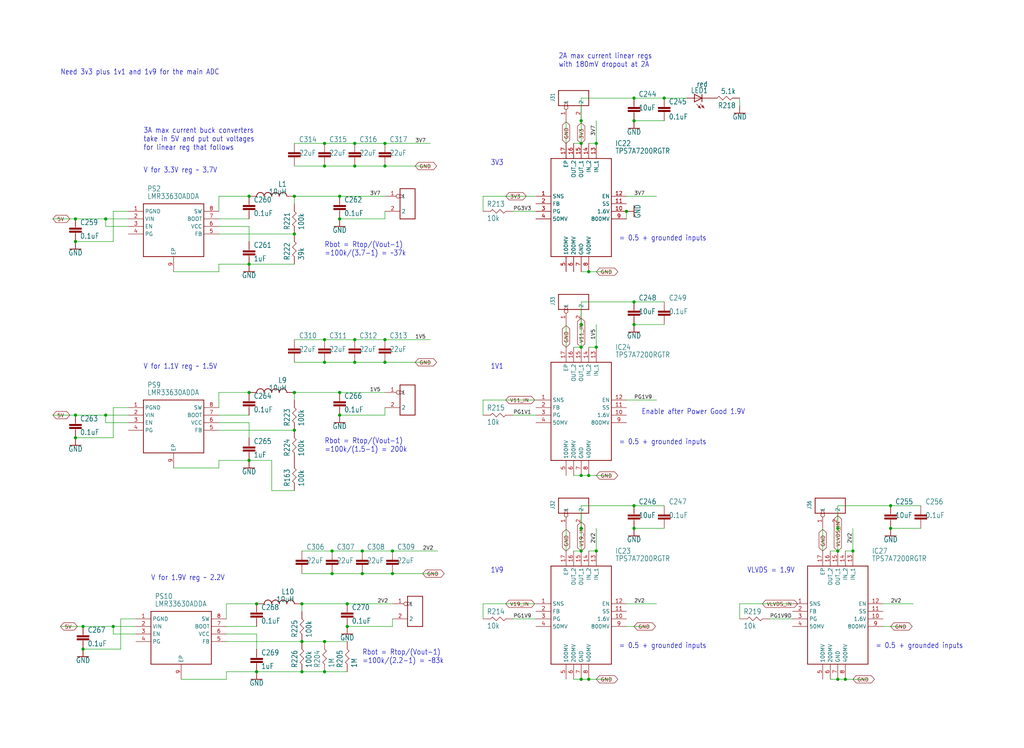
<source format=kicad_sch>
(kicad_sch (version 20250114) (generator "eeschema") (generator_version "9.0")
  (paper "User" 344.602 251.638)
  (text "1V9" (at 165.1 193.04 0) (effects (font (size 1.778 1.5113)) (justify left bottom)))
  (text "1V1" (at 165.1 124.46 0) (effects (font (size 1.778 1.5113)) (justify left bottom)))
  (text "3V3" (at 165.1 55.88 0) (effects (font (size 1.778 1.5113)) (justify left bottom)))
  (text "V for 1.9V reg ~ 2.2V" (at 50.8 195.58 0) (effects (font (size 1.778 1.5113)) (justify left bottom)))
  (text "= 0.5 + grounded inputs" (at 208.28 218.44 0) (effects (font (size 1.778 1.5113)) (justify left bottom)))
  (text "V for 3.3V reg ~ 3.7V" (at 48.26 58.42 0) (effects (font (size 1.778 1.5113)) (justify left bottom)))
  (text "V for 1.1V reg ~ 1.5V" (at 48.26 124.46 0) (effects (font (size 1.778 1.5113)) (justify left bottom)))
  (text "= 0.5 + grounded inputs" (at 294.64 218.44 0) (effects (font (size 1.778 1.5113)) (justify left bottom)))
  (text "VLVDS = 1.9V" (at 251.46 193.04 0) (effects (font (size 1.778 1.5113)) (justify left bottom)))
  (text "Need 3v3 plus 1v1 and 1v9 for the main ADC" (at 20.32 25.4 0) (effects (font (size 1.778 1.5113)) (justify left bottom)))
  (text "Rbot = Rtop/(Vout-1)\n=100k/(1.5-1) = 200k" (at 109.22 152.4 0) (effects (font (size 1.778 1.5113)) (justify left bottom)))
  (text "Rbot = Rtop/(Vout-1)\n=100k/(3.7-1) = ~37k" (at 109.22 86.36 0) (effects (font (size 1.778 1.5113)) (justify left bottom)))
  (text "= 0.5 + grounded inputs" (at 208.28 149.86 0) (effects (font (size 1.778 1.5113)) (justify left bottom)))
  (text "2A max current linear regs\nwith 180mV dropout at 2A" (at 187.96 22.86 0) (effects (font (size 1.778 1.5113)) (justify left bottom)))
  (text "Rbot = Rtop/(Vout-1)\n=100k/(2.2-1) = ~83k" (at 121.92 223.52 0) (effects (font (size 1.778 1.5113)) (justify left bottom)))
  (text "= 0.5 + grounded inputs" (at 208.28 81.28 0) (effects (font (size 1.778 1.5113)) (justify left bottom)))
  (text "3A max current buck converters\ntake in 5V and put out voltages\nfor linear reg that follows" (at 48.26 50.8 0) (effects (font (size 1.778 1.5113)) (justify left bottom)))
  (text "Enable after Power Good 1.9V" (at 215.9 139.7 0) (effects (font (size 1.778 1.5113)) (justify left bottom)))
  (junction (at 198.12 228.6))
  (junction (at 121.92 193.04))
  (junction (at 213.36 177.8))
  (junction (at 299.72 170.18))
  (junction (at 129.54 55.88))
  (junction (at 119.38 114.3))
  (junction (at 83.82 88.9))
  (junction (at 223.52 33.02))
  (junction (at 109.22 226.06))
  (junction (at 200.66 48.26))
  (junction (at 213.36 40.64))
  (junction (at 101.6 215.9))
  (junction (at 213.36 33.02))
  (junction (at 25.4 139.7))
  (junction (at 287.02 185.42))
  (junction (at 210.82 71.12))
  (junction (at 116.84 210.82))
  (junction (at 114.3 73.66))
  (junction (at 200.66 116.84))
  (junction (at 132.08 193.04))
  (junction (at 99.06 66.04))
  (junction (at 114.3 66.04))
  (junction (at 284.48 228.6))
  (junction (at 195.58 177.8))
  (junction (at 109.22 121.92))
  (junction (at 195.58 40.64))
  (junction (at 129.54 114.3))
  (junction (at 99.06 78.74))
  (junction (at 99.06 144.78))
  (junction (at 101.6 226.06))
  (junction (at 119.38 48.26))
  (junction (at 195.58 228.6))
  (junction (at 35.56 139.7))
  (junction (at 25.4 81.28))
  (junction (at 195.58 185.42))
  (junction (at 83.82 66.04))
  (junction (at 195.58 48.26))
  (junction (at 114.3 139.7))
  (junction (at 195.58 116.84))
  (junction (at 213.36 101.6))
  (junction (at 109.22 114.3))
  (junction (at 281.94 185.42))
  (junction (at 35.56 73.66))
  (junction (at 119.38 55.88))
  (junction (at 111.76 185.42))
  (junction (at 198.12 91.44))
  (junction (at 99.06 132.08))
  (junction (at 111.76 193.04))
  (junction (at 200.66 185.42))
  (junction (at 25.4 73.66))
  (junction (at 25.4 147.32))
  (junction (at 27.94 210.82))
  (junction (at 195.58 160.02))
  (junction (at 109.22 48.26))
  (junction (at 281.94 228.6))
  (junction (at 132.08 185.42))
  (junction (at 281.94 177.8))
  (junction (at 83.82 132.08))
  (junction (at 83.82 154.94))
  (junction (at 121.92 185.42))
  (junction (at 86.36 203.2))
  (junction (at 198.12 160.02))
  (junction (at 129.54 48.26))
  (junction (at 114.3 132.08))
  (junction (at 38.1 210.82))
  (junction (at 195.58 109.22))
  (junction (at 27.94 218.44))
  (junction (at 119.38 121.92))
  (junction (at 86.36 226.06))
  (junction (at 116.84 203.2))
  (junction (at 109.22 55.88))
  (junction (at 109.22 215.9))
  (junction (at 213.36 170.18))
  (junction (at 299.72 177.8))
  (junction (at 101.6 203.2))
  (junction (at 129.54 121.92))
  (junction (at 213.36 109.22))
  (wire (pts (xy 58.42 157.48) (xy 73.66 157.48)) (stroke (width 0.1524)))
  (wire (pts (xy 99.06 66.04) (xy 114.3 66.04)) (stroke (width 0.1524)))
  (wire (pts (xy 35.56 142.24) (xy 43.18 142.24)) (stroke (width 0.1524)))
  (wire (pts (xy 132.08 210.82) (xy 116.84 210.82)) (stroke (width 0.1524)))
  (wire (pts (xy 180.34 134.62) (xy 162.56 134.62)) (stroke (width 0.1524)))
  (wire (pts (xy 73.66 66.04) (xy 73.66 71.12)) (stroke (width 0.1524)))
  (wire (pts (xy 25.4 73.66) (xy 17.78 73.66)) (stroke (width 0.1524)))
  (wire (pts (xy 210.82 73.66) (xy 210.82 71.12)) (stroke (width 0.1524)))
  (wire (pts (xy 27.94 210.82) (xy 38.1 210.82)) (stroke (width 0.1524)))
  (wire (pts (xy 83.82 88.9) (xy 99.06 88.9)) (stroke (width 0.1524)))
  (wire (pts (xy 129.54 71.12) (xy 129.54 73.66)) (stroke (width 0.1524)))
  (wire (pts (xy 281.94 185.42) (xy 279.4 185.42)) (stroke (width 0.1524)))
  (wire (pts (xy 73.66 132.08) (xy 73.66 137.16)) (stroke (width 0.1524)))
  (wire (pts (xy 195.58 33.02) (xy 213.36 33.02)) (stroke (width 0.1524)))
  (wire (pts (xy 76.2 213.36) (xy 86.36 213.36)) (stroke (width 0.1524)))
  (wire (pts (xy 83.82 66.04) (xy 73.66 66.04)) (stroke (width 0.1524)))
  (wire (pts (xy 109.22 226.06) (xy 116.84 226.06)) (stroke (width 0.1524)))
  (wire (pts (xy 132.08 208.28) (xy 132.08 210.82)) (stroke (width 0.1524)))
  (wire (pts (xy 101.6 193.04) (xy 111.76 193.04)) (stroke (width 0.1524)))
  (wire (pts (xy 91.44 165.1) (xy 99.06 165.1)) (stroke (width 0.1524)))
  (wire (pts (xy 162.56 134.62) (xy 162.56 139.7)) (stroke (width 0.1524)))
  (wire (pts (xy 121.92 193.04) (xy 132.08 193.04)) (stroke (width 0.1524)))
  (wire (pts (xy 200.66 185.42) (xy 200.66 177.8)) (stroke (width 0.1524)))
  (wire (pts (xy 25.4 139.7) (xy 35.56 139.7)) (stroke (width 0.1524)))
  (wire (pts (xy 43.18 137.16) (xy 38.1 137.16)) (stroke (width 0.1524)))
  (wire (pts (xy 38.1 71.12) (xy 38.1 81.28)) (stroke (width 0.1524)))
  (wire (pts (xy 116.84 203.2) (xy 132.08 203.2)) (stroke (width 0.1524)))
  (wire (pts (xy 195.58 91.44) (xy 198.12 91.44)) (stroke (width 0.1524)))
  (wire (pts (xy 129.54 48.26) (xy 144.78 48.26)) (stroke (width 0.1524)))
  (wire (pts (xy 195.58 185.42) (xy 195.58 177.8)) (stroke (width 0.1524)))
  (wire (pts (xy 99.06 114.3) (xy 109.22 114.3)) (stroke (width 0.1524)))
  (wire (pts (xy 60.96 228.6) (xy 76.2 228.6)) (stroke (width 0.1524)))
  (wire (pts (xy 99.06 132.08) (xy 114.3 132.08)) (stroke (width 0.1524)))
  (wire (pts (xy 198.12 116.84) (xy 200.66 116.84)) (stroke (width 0.1524)))
  (wire (pts (xy 73.66 157.48) (xy 73.66 154.94)) (stroke (width 0.1524)))
  (wire (pts (xy 195.58 40.64) (xy 195.58 33.02)) (stroke (width 0.1524)))
  (wire (pts (xy 45.72 208.28) (xy 40.64 208.28)) (stroke (width 0.1524)))
  (wire (pts (xy 101.6 215.9) (xy 109.22 215.9)) (stroke (width 0.1524)))
  (wire (pts (xy 73.66 144.78) (xy 99.06 144.78)) (stroke (width 0.1524)))
  (wire (pts (xy 35.56 76.2) (xy 43.18 76.2)) (stroke (width 0.1524)))
  (wire (pts (xy 198.12 160.02) (xy 205.74 160.02)) (stroke (width 0.1524)))
  (wire (pts (xy 129.54 121.92) (xy 144.78 121.92)) (stroke (width 0.1524)))
  (wire (pts (xy 284.48 228.6) (xy 292.1 228.6)) (stroke (width 0.1524)))
  (wire (pts (xy 213.36 101.6) (xy 223.52 101.6)) (stroke (width 0.1524)))
  (wire (pts (xy 195.58 177.8) (xy 195.58 170.18)) (stroke (width 0.1524)))
  (wire (pts (xy 83.82 139.7) (xy 73.66 139.7)) (stroke (width 0.1524)))
  (wire (pts (xy 73.66 78.74) (xy 99.06 78.74)) (stroke (width 0.1524)))
  (wire (pts (xy 73.66 88.9) (xy 83.82 88.9)) (stroke (width 0.1524)))
  (wire (pts (xy 180.34 139.7) (xy 172.72 139.7)) (stroke (width 0.1524)))
  (wire (pts (xy 43.18 71.12) (xy 38.1 71.12)) (stroke (width 0.1524)))
  (wire (pts (xy 111.76 185.42) (xy 121.92 185.42)) (stroke (width 0.1524)))
  (wire (pts (xy 40.64 208.28) (xy 40.64 218.44)) (stroke (width 0.1524)))
  (wire (pts (xy 210.82 66.04) (xy 220.98 66.04)) (stroke (width 0.1524)))
  (wire (pts (xy 101.6 203.2) (xy 116.84 203.2)) (stroke (width 0.1524)))
  (wire (pts (xy 129.54 139.7) (xy 114.3 139.7)) (stroke (width 0.1524)))
  (wire (pts (xy 190.5 185.42) (xy 190.5 177.8)) (stroke (width 0.1524)))
  (wire (pts (xy 195.58 101.6) (xy 213.36 101.6)) (stroke (width 0.1524)))
  (wire (pts (xy 210.82 210.82) (xy 218.44 210.82)) (stroke (width 0.1524)))
  (wire (pts (xy 198.12 228.6) (xy 205.74 228.6)) (stroke (width 0.1524)))
  (wire (pts (xy 195.58 48.26) (xy 193.04 48.26)) (stroke (width 0.1524)))
  (wire (pts (xy 35.56 73.66) (xy 35.56 76.2)) (stroke (width 0.1524)))
  (wire (pts (xy 299.72 177.8) (xy 309.88 177.8)) (stroke (width 0.1524)))
  (wire (pts (xy 297.18 203.2) (xy 307.34 203.2)) (stroke (width 0.1524)))
  (wire (pts (xy 119.38 121.92) (xy 129.54 121.92)) (stroke (width 0.1524)))
  (wire (pts (xy 40.64 218.44) (xy 27.94 218.44)) (stroke (width 0.1524)))
  (wire (pts (xy 101.6 185.42) (xy 111.76 185.42)) (stroke (width 0.1524)))
  (wire (pts (xy 200.66 48.26) (xy 200.66 40.64)) (stroke (width 0.1524)))
  (wire (pts (xy 193.04 228.6) (xy 195.58 228.6)) (stroke (width 0.1524)))
  (wire (pts (xy 180.34 66.04) (xy 162.56 66.04)) (stroke (width 0.1524)))
  (wire (pts (xy 190.5 48.26) (xy 190.5 40.64)) (stroke (width 0.1524)))
  (wire (pts (xy 213.36 170.18) (xy 223.52 170.18)) (stroke (width 0.1524)))
  (wire (pts (xy 35.56 139.7) (xy 43.18 139.7)) (stroke (width 0.1524)))
  (wire (pts (xy 25.4 139.7) (xy 17.78 139.7)) (stroke (width 0.1524)))
  (wire (pts (xy 99.06 66.04) (xy 99.06 68.58)) (stroke (width 0.1524)))
  (wire (pts (xy 284.48 185.42) (xy 287.02 185.42)) (stroke (width 0.1524)))
  (wire (pts (xy 195.58 160.02) (xy 198.12 160.02)) (stroke (width 0.1524)))
  (wire (pts (xy 129.54 73.66) (xy 114.3 73.66)) (stroke (width 0.1524)))
  (wire (pts (xy 76.2 226.06) (xy 86.36 226.06)) (stroke (width 0.1524)))
  (wire (pts (xy 190.5 116.84) (xy 190.5 109.22)) (stroke (width 0.1524)))
  (wire (pts (xy 83.82 132.08) (xy 73.66 132.08)) (stroke (width 0.1524)))
  (wire (pts (xy 297.18 210.82) (xy 304.8 210.82)) (stroke (width 0.1524)))
  (wire (pts (xy 86.36 210.82) (xy 76.2 210.82)) (stroke (width 0.1524)))
  (wire (pts (xy 195.58 116.84) (xy 193.04 116.84)) (stroke (width 0.1524)))
  (wire (pts (xy 86.36 213.36) (xy 86.36 218.44)) (stroke (width 0.1524)))
  (wire (pts (xy 83.82 76.2) (xy 83.82 81.28)) (stroke (width 0.1524)))
  (wire (pts (xy 213.36 40.64) (xy 223.52 40.64)) (stroke (width 0.1524)))
  (wire (pts (xy 266.7 208.28) (xy 259.08 208.28)) (stroke (width 0.1524)))
  (wire (pts (xy 198.12 185.42) (xy 200.66 185.42)) (stroke (width 0.1524)))
  (wire (pts (xy 38.1 210.82) (xy 38.1 213.36)) (stroke (width 0.1524)))
  (wire (pts (xy 73.66 154.94) (xy 83.82 154.94)) (stroke (width 0.1524)))
  (wire (pts (xy 76.2 203.2) (xy 76.2 208.28)) (stroke (width 0.1524)))
  (wire (pts (xy 109.22 121.92) (xy 119.38 121.92)) (stroke (width 0.1524)))
  (wire (pts (xy 180.34 71.12) (xy 172.72 71.12)) (stroke (width 0.1524)))
  (wire (pts (xy 76.2 228.6) (xy 76.2 226.06)) (stroke (width 0.1524)))
  (wire (pts (xy 114.3 66.04) (xy 129.54 66.04)) (stroke (width 0.1524)))
  (wire (pts (xy 99.06 132.08) (xy 99.06 134.62)) (stroke (width 0.1524)))
  (wire (pts (xy 132.08 185.42) (xy 147.32 185.42)) (stroke (width 0.1524)))
  (wire (pts (xy 114.3 132.08) (xy 129.54 132.08)) (stroke (width 0.1524)))
  (wire (pts (xy 119.38 55.88) (xy 129.54 55.88)) (stroke (width 0.1524)))
  (wire (pts (xy 248.92 203.2) (xy 248.92 208.28)) (stroke (width 0.1524)))
  (wire (pts (xy 86.36 203.2) (xy 76.2 203.2)) (stroke (width 0.1524)))
  (wire (pts (xy 210.82 203.2) (xy 220.98 203.2)) (stroke (width 0.1524)))
  (wire (pts (xy 180.34 208.28) (xy 172.72 208.28)) (stroke (width 0.1524)))
  (wire (pts (xy 91.44 154.94) (xy 91.44 165.1)) (stroke (width 0.1524)))
  (wire (pts (xy 109.22 215.9) (xy 116.84 215.9)) (stroke (width 0.1524)))
  (wire (pts (xy 109.22 48.26) (xy 119.38 48.26)) (stroke (width 0.1524)))
  (wire (pts (xy 35.56 73.66) (xy 43.18 73.66)) (stroke (width 0.1524)))
  (wire (pts (xy 276.86 185.42) (xy 276.86 177.8)) (stroke (width 0.1524)))
  (wire (pts (xy 132.08 193.04) (xy 147.32 193.04)) (stroke (width 0.1524)))
  (wire (pts (xy 86.36 226.06) (xy 101.6 226.06)) (stroke (width 0.1524)))
  (wire (pts (xy 195.58 228.6) (xy 198.12 228.6)) (stroke (width 0.1524)))
  (wire (pts (xy 83.82 73.66) (xy 73.66 73.66)) (stroke (width 0.1524)))
  (wire (pts (xy 162.56 203.2) (xy 162.56 208.28)) (stroke (width 0.1524)))
  (wire (pts (xy 281.94 185.42) (xy 281.94 177.8)) (stroke (width 0.1524)))
  (wire (pts (xy 129.54 55.88) (xy 144.78 55.88)) (stroke (width 0.1524)))
  (wire (pts (xy 195.58 109.22) (xy 195.58 101.6)) (stroke (width 0.1524)))
  (wire (pts (xy 248.92 35.56) (xy 248.92 33.02)) (stroke (width 0.1524)))
  (wire (pts (xy 200.66 116.84) (xy 200.66 109.22)) (stroke (width 0.1524)))
  (wire (pts (xy 195.58 170.18) (xy 213.36 170.18)) (stroke (width 0.1524)))
  (wire (pts (xy 73.66 91.44) (xy 73.66 88.9)) (stroke (width 0.1524)))
  (wire (pts (xy 287.02 185.42) (xy 287.02 177.8)) (stroke (width 0.1524)))
  (wire (pts (xy 109.22 55.88) (xy 119.38 55.88)) (stroke (width 0.1524)))
  (wire (pts (xy 195.58 48.26) (xy 195.58 40.64)) (stroke (width 0.1524)))
  (wire (pts (xy 73.66 76.2) (xy 83.82 76.2)) (stroke (width 0.1524)))
  (wire (pts (xy 35.56 139.7) (xy 35.56 142.24)) (stroke (width 0.1524)))
  (wire (pts (xy 101.6 203.2) (xy 101.6 205.74)) (stroke (width 0.1524)))
  (wire (pts (xy 73.66 142.24) (xy 83.82 142.24)) (stroke (width 0.1524)))
  (wire (pts (xy 281.94 228.6) (xy 284.48 228.6)) (stroke (width 0.1524)))
  (wire (pts (xy 38.1 210.82) (xy 45.72 210.82)) (stroke (width 0.1524)))
  (wire (pts (xy 38.1 137.16) (xy 38.1 147.32)) (stroke (width 0.1524)))
  (wire (pts (xy 58.42 91.44) (xy 73.66 91.44)) (stroke (width 0.1524)))
  (wire (pts (xy 213.36 177.8) (xy 223.52 177.8)) (stroke (width 0.1524)))
  (wire (pts (xy 129.54 137.16) (xy 129.54 139.7)) (stroke (width 0.1524)))
  (wire (pts (xy 193.04 160.02) (xy 195.58 160.02)) (stroke (width 0.1524)))
  (wire (pts (xy 162.56 66.04) (xy 162.56 71.12)) (stroke (width 0.1524)))
  (wire (pts (xy 121.92 185.42) (xy 132.08 185.42)) (stroke (width 0.1524)))
  (wire (pts (xy 83.82 154.94) (xy 91.44 154.94)) (stroke (width 0.1524)))
  (wire (pts (xy 27.94 210.82) (xy 20.32 210.82)) (stroke (width 0.1524)))
  (wire (pts (xy 38.1 147.32) (xy 25.4 147.32)) (stroke (width 0.1524)))
  (wire (pts (xy 281.94 177.8) (xy 281.94 170.18)) (stroke (width 0.1524)))
  (wire (pts (xy 279.4 228.6) (xy 281.94 228.6)) (stroke (width 0.1524)))
  (wire (pts (xy 99.06 48.26) (xy 109.22 48.26)) (stroke (width 0.1524)))
  (wire (pts (xy 76.2 215.9) (xy 101.6 215.9)) (stroke (width 0.1524)))
  (wire (pts (xy 180.34 203.2) (xy 162.56 203.2)) (stroke (width 0.1524)))
  (wire (pts (xy 111.76 193.04) (xy 121.92 193.04)) (stroke (width 0.1524)))
  (wire (pts (xy 25.4 73.66) (xy 35.56 73.66)) (stroke (width 0.1524)))
  (wire (pts (xy 266.7 203.2) (xy 248.92 203.2)) (stroke (width 0.1524)))
  (wire (pts (xy 213.36 109.22) (xy 223.52 109.22)) (stroke (width 0.1524)))
  (wire (pts (xy 129.54 114.3) (xy 144.78 114.3)) (stroke (width 0.1524)))
  (wire (pts (xy 299.72 170.18) (xy 309.88 170.18)) (stroke (width 0.1524)))
  (wire (pts (xy 119.38 114.3) (xy 129.54 114.3)) (stroke (width 0.1524)))
  (wire (pts (xy 198.12 91.44) (xy 205.74 91.44)) (stroke (width 0.1524)))
  (wire (pts (xy 119.38 48.26) (xy 129.54 48.26)) (stroke (width 0.1524)))
  (wire (pts (xy 213.36 33.02) (xy 223.52 33.02)) (stroke (width 0.1524)))
  (wire (pts (xy 210.82 134.62) (xy 220.98 134.62)) (stroke (width 0.1524)))
  (wire (pts (xy 195.58 116.84) (xy 195.58 109.22)) (stroke (width 0.1524)))
  (wire (pts (xy 38.1 81.28) (xy 25.4 81.28)) (stroke (width 0.1524)))
  (wire (pts (xy 83.82 142.24) (xy 83.82 147.32)) (stroke (width 0.1524)))
  (wire (pts (xy 99.06 55.88) (xy 109.22 55.88)) (stroke (width 0.1524)))
  (wire (pts (xy 109.22 114.3) (xy 119.38 114.3)) (stroke (width 0.1524)))
  (wire (pts (xy 195.58 185.42) (xy 193.04 185.42)) (stroke (width 0.1524)))
  (wire (pts (xy 38.1 213.36) (xy 45.72 213.36)) (stroke (width 0.1524)))
  (wire (pts (xy 223.52 33.02) (xy 231.14 33.02)) (stroke (width 0.1524)))
  (wire (pts (xy 99.06 121.92) (xy 109.22 121.92)) (stroke (width 0.1524)))
  (wire (pts (xy 198.12 48.26) (xy 200.66 48.26)) (stroke (width 0.1524)))
  (wire (pts (xy 281.94 170.18) (xy 299.72 170.18)) (stroke (width 0.1524)))
  (wire (pts (xy 101.6 226.06) (xy 109.22 226.06)) (stroke (width 0.1524)))
  (label "PG3V3" (at 172.72 71.12 0) (effects (font (size 1.2446 1.2446))))
  (label "PG1V9" (at 213.36 134.62 0) (effects (font (size 1.2446 1.2446))))
  (label "2V2" (at 142.24 185.42 0) (effects (font (size 1.2446 1.2446))))
  (label "1V5" (at 200.66 114.3 90) (effects (font (size 1.2446 1.2446))))
  (label "2V2" (at 213.36 203.2 0) (effects (font (size 1.2446 1.2446))))
  (label "3V7" (at 139.7 48.26 0) (effects (font (size 1.2446 1.2446))))
  (label "PG1V9D" (at 259.08 208.28 0) (effects (font (size 1.2446 1.2446))))
  (label "2V2" (at 299.72 203.2 0) (effects (font (size 1.2446 1.2446))))
  (label "2V2" (at 127 203.2 0) (effects (font (size 1.2446 1.2446))))
  (label "1V5" (at 124.46 132.08 0) (effects (font (size 1.2446 1.2446))))
  (label "2V2" (at 287.02 182.88 90) (effects (font (size 1.2446 1.2446))))
  (label "1V5" (at 139.7 114.3 0) (effects (font (size 1.2446 1.2446))))
  (label "PG1V9" (at 172.72 208.28 0) (effects (font (size 1.2446 1.2446))))
  (label "2V2" (at 200.66 182.88 90) (effects (font (size 1.2446 1.2446))))
  (label "3V7" (at 200.66 45.72 90) (effects (font (size 1.2446 1.2446))))
  (label "3V7" (at 213.36 66.04 0) (effects (font (size 1.2446 1.2446))))
  (label "PG1V1" (at 172.72 139.7 0) (effects (font (size 1.2446 1.2446))))
  (label "3V7" (at 124.46 66.04 0) (effects (font (size 1.2446 1.2446))))
  (global_label "GND" (shape bidirectional) (at 139.7 121.92 0) (effects (font (size 1.2446 1.2446))) (property "Intersheetrefs" "${INTERSHEET_REFS}" (effects (hide yes))))
  (global_label "GND" (shape bidirectional) (at 287.02 228.6 0) (effects (font (size 1.2446 1.2446))) (property "Intersheetrefs" "${INTERSHEET_REFS}" (effects (hide yes))))
  (global_label "GND" (shape bidirectional) (at 299.72 210.82 0) (effects (font (size 1.2446 1.2446))) (property "Intersheetrefs" "${INTERSHEET_REFS}" (effects (hide yes))))
  (global_label "V11_IN" (shape bidirectional) (at 170.18 134.62 0) (effects (font (size 1.2446 1.2446))) (property "Intersheetrefs" "${INTERSHEET_REFS}" (effects (hide yes))))
  (global_label "VLVDS_IN" (shape bidirectional) (at 256.54 203.2 0) (effects (font (size 1.2446 1.2446))) (property "Intersheetrefs" "${INTERSHEET_REFS}" (effects (hide yes))))
  (global_label "GND" (shape bidirectional) (at 139.7 55.88 0) (effects (font (size 1.2446 1.2446))) (property "Intersheetrefs" "${INTERSHEET_REFS}" (effects (hide yes))))
  (global_label "GND" (shape bidirectional) (at 213.36 210.82 0) (effects (font (size 1.2446 1.2446))) (property "Intersheetrefs" "${INTERSHEET_REFS}" (effects (hide yes))))
  (global_label "V11_IN" (shape bidirectional) (at 195.58 116.84 90) (effects (font (size 1.2446 1.2446))) (property "Intersheetrefs" "${INTERSHEET_REFS}" (effects (hide yes))))
  (global_label "GND" (shape bidirectional) (at 190.5 185.42 90) (effects (font (size 1.2446 1.2446))) (property "Intersheetrefs" "${INTERSHEET_REFS}" (effects (hide yes))))
  (global_label "5V" (shape bidirectional) (at 17.78 73.66 0) (effects (font (size 1.2446 1.2446))) (property "Intersheetrefs" "${INTERSHEET_REFS}" (effects (hide yes))))
  (global_label "GND" (shape bidirectional) (at 276.86 185.42 90) (effects (font (size 1.2446 1.2446))) (property "Intersheetrefs" "${INTERSHEET_REFS}" (effects (hide yes))))
  (global_label "V19_IN" (shape bidirectional) (at 195.58 185.42 90) (effects (font (size 1.2446 1.2446))) (property "Intersheetrefs" "${INTERSHEET_REFS}" (effects (hide yes))))
  (global_label "GND" (shape bidirectional) (at 190.5 116.84 90) (effects (font (size 1.2446 1.2446))) (property "Intersheetrefs" "${INTERSHEET_REFS}" (effects (hide yes))))
  (global_label "GND" (shape bidirectional) (at 200.66 228.6 0) (effects (font (size 1.2446 1.2446))) (property "Intersheetrefs" "${INTERSHEET_REFS}" (effects (hide yes))))
  (global_label "VLVDS_IN" (shape bidirectional) (at 281.94 185.42 90) (effects (font (size 1.2446 1.2446))) (property "Intersheetrefs" "${INTERSHEET_REFS}" (effects (hide yes))))
  (global_label "GND" (shape bidirectional) (at 200.66 91.44 0) (effects (font (size 1.2446 1.2446))) (property "Intersheetrefs" "${INTERSHEET_REFS}" (effects (hide yes))))
  (global_label "GND" (shape bidirectional) (at 142.24 193.04 0) (effects (font (size 1.2446 1.2446))) (property "Intersheetrefs" "${INTERSHEET_REFS}" (effects (hide yes))))
  (global_label "GND" (shape bidirectional) (at 190.5 48.26 90) (effects (font (size 1.2446 1.2446))) (property "Intersheetrefs" "${INTERSHEET_REFS}" (effects (hide yes))))
  (global_label "5V" (shape bidirectional) (at 20.32 210.82 0) (effects (font (size 1.2446 1.2446))) (property "Intersheetrefs" "${INTERSHEET_REFS}" (effects (hide yes))))
  (global_label "V19_IN" (shape bidirectional) (at 170.18 203.2 0) (effects (font (size 1.2446 1.2446))) (property "Intersheetrefs" "${INTERSHEET_REFS}" (effects (hide yes))))
  (global_label "3V3" (shape bidirectional) (at 195.58 48.26 90) (effects (font (size 1.2446 1.2446))) (property "Intersheetrefs" "${INTERSHEET_REFS}" (effects (hide yes))))
  (global_label "5V" (shape bidirectional) (at 17.78 139.7 0) (effects (font (size 1.2446 1.2446))) (property "Intersheetrefs" "${INTERSHEET_REFS}" (effects (hide yes))))
  (global_label "3V3" (shape bidirectional) (at 170.18 66.04 0) (effects (font (size 1.2446 1.2446))) (property "Intersheetrefs" "${INTERSHEET_REFS}" (effects (hide yes))))
  (global_label "GND" (shape bidirectional) (at 200.66 160.02 0) (effects (font (size 1.2446 1.2446))) (property "Intersheetrefs" "${INTERSHEET_REFS}" (effects (hide yes))))
  (symbol (lib_id "haasoscope_pro_adc_fpga_board-eagle-import:CAPACITOR_0402_N") (at 83.82 68.58 0) (unit 1)
    (property "Reference" "C260" (at 85.344 68.199 0) (effects (font (size 1.778 1.5113)) (justify left bottom)))
    (property "Value" "0.1uF" (at 85.344 72.771 0) (effects (font (size 1.778 1.5113)) (justify left bottom)))
    (property "Footprint" "haasoscope_pro_adc_fpga_board:RESC0402_N" (effects (hide yes)))
  )
  (symbol (lib_id "haasoscope_pro_adc_fpga_board-eagle-import:DIP-BLACK-MALE-HEADER-VERT(2P-2.54)") (at 193.04 101.6 90) (unit 1)
    (property "Reference" "J33" (at 186.69 102.87 0) (effects (font (size 1.27 1.0795)) (justify left bottom)))
    (property "Value" "2p-2.54" (effects (hide yes)))
    (property "Footprint" "haasoscope_pro_adc_fpga_board:H2-2.54" (effects (hide yes)))
  )
  (symbol (lib_id "haasoscope_pro_adc_fpga_board-eagle-import:TPS7A7200RGTR") (at 180.34 134.62 0) (unit 1)
    (property "Reference" "IC24" (at 207.01 116.84 0) (effects (font (size 1.778 1.5113)) (justify left)))
    (property "Value" "TPS7A7200RGTR" (at 207.01 119.38 0) (effects (font (size 1.778 1.5113)) (justify left)))
    (property "Footprint" "haasoscope_pro_adc_fpga_board:QFN50P300X300X100-17N" (effects (hide yes)))
  )
  (symbol (lib_id "haasoscope_pro_adc_fpga_board-eagle-import:CAPACITOR_0805_N") (at 132.08 187.96 0) (unit 1)
    (property "Reference" "C309" (at 133.604 185.039 0) (effects (font (size 1.778 1.5113)) (justify left bottom)))
    (property "Value" "22uF" (at 133.604 189.611 0) (effects (font (size 1.778 1.5113)) (justify left bottom)))
    (property "Footprint" "haasoscope_pro_adc_fpga_board:RESC0805_N" (effects (hide yes)))
  )
  (symbol (lib_id "haasoscope_pro_adc_fpga_board-eagle-import:SparkFun-PowerSymbols_GND") (at 248.92 38.1 0) (unit 1)
    (property "Reference" "#GND01" (effects (hide yes)))
    (property "Value" "GND" (at 248.92 38.354 0) (effects (font (size 1.778 1.5113)) (justify top)))
  )
  (symbol (lib_id "haasoscope_pro_adc_fpga_board-eagle-import:RES-0402") (at 99.06 149.86 90) (unit 1)
    (property "Reference" "R224" (at 97.5614 153.67 0) (effects (font (size 1.778 1.5113)) (justify left bottom)))
    (property "Value" "100k" (at 102.362 153.67 0) (effects (font (size 1.778 1.5113)) (justify left bottom)))
    (property "Footprint" "haasoscope_pro_adc_fpga_board:RES-0402" (effects (hide yes)))
  )
  (symbol (lib_id "haasoscope_pro_adc_fpga_board-eagle-import:RES-0402") (at 167.64 139.7 0) (unit 1)
    (property "Reference" "R215" (at 163.83 138.2014 0) (effects (font (size 1.778 1.5113)) (justify left bottom)))
    (property "Value" "10k" (at 163.83 143.002 0) (effects (font (size 1.778 1.5113)) (justify left bottom)))
    (property "Footprint" "haasoscope_pro_adc_fpga_board:RES-0402" (effects (hide yes)))
  )
  (symbol (lib_id "haasoscope_pro_adc_fpga_board-eagle-import:RES-0402") (at 254 208.28 0) (unit 1)
    (property "Reference" "R219" (at 250.19 206.7814 0) (effects (font (size 1.778 1.5113)) (justify left bottom)))
    (property "Value" "10k" (at 250.19 211.582 0) (effects (font (size 1.778 1.5113)) (justify left bottom)))
    (property "Footprint" "haasoscope_pro_adc_fpga_board:RES-0402" (effects (hide yes)))
  )
  (symbol (lib_id "haasoscope_pro_adc_fpga_board-eagle-import:DIP-BLACK-MALE-HEADER-VERT(2P-2.54)") (at 193.04 33.02 90) (unit 1)
    (property "Reference" "J31" (at 186.69 34.29 0) (effects (font (size 1.27 1.0795)) (justify left bottom)))
    (property "Value" "2p-2.54" (effects (hide yes)))
    (property "Footprint" "haasoscope_pro_adc_fpga_board:H2-2.54" (effects (hide yes)))
  )
  (symbol (lib_id "haasoscope_pro_adc_fpga_board-eagle-import:CAPACITOR_0805_N") (at 121.92 187.96 0) (unit 1)
    (property "Reference" "C308" (at 123.444 185.039 0) (effects (font (size 1.778 1.5113)) (justify left bottom)))
    (property "Value" "22uF" (at 123.444 189.611 0) (effects (font (size 1.778 1.5113)) (justify left bottom)))
    (property "Footprint" "haasoscope_pro_adc_fpga_board:RESC0805_N" (effects (hide yes)))
  )
  (symbol (lib_id "haasoscope_pro_adc_fpga_board-eagle-import:RES-0402") (at 167.64 71.12 0) (unit 1)
    (property "Reference" "R213" (at 163.83 69.6214 0) (effects (font (size 1.778 1.5113)) (justify left bottom)))
    (property "Value" "10k" (at 163.83 74.422 0) (effects (font (size 1.778 1.5113)) (justify left bottom)))
    (property "Footprint" "haasoscope_pro_adc_fpga_board:RES-0402" (effects (hide yes)))
  )
  (symbol (lib_id "haasoscope_pro_adc_fpga_board-eagle-import:DIP-BLACK-MALE-HEADER-VERT(2P-2.54)") (at 193.04 170.18 90) (unit 1)
    (property "Reference" "J32" (at 186.69 171.45 0) (effects (font (size 1.27 1.0795)) (justify left bottom)))
    (property "Value" "2p-2.54" (effects (hide yes)))
    (property "Footprint" "haasoscope_pro_adc_fpga_board:H2-2.54" (effects (hide yes)))
  )
  (symbol (lib_id "haasoscope_pro_adc_fpga_board-eagle-import:TPS7A7200RGTR") (at 180.34 203.2 0) (unit 1)
    (property "Reference" "IC23" (at 207.01 185.42 0) (effects (font (size 1.778 1.5113)) (justify left)))
    (property "Value" "TPS7A7200RGTR" (at 207.01 187.96 0) (effects (font (size 1.778 1.5113)) (justify left)))
    (property "Footprint" "haasoscope_pro_adc_fpga_board:QFN50P300X300X100-17N" (effects (hide yes)))
  )
  (symbol (lib_id "haasoscope_pro_adc_fpga_board-eagle-import:CAPACITOR_0402_N") (at 27.94 213.36 0) (unit 1)
    (property "Reference" "C267" (at 29.464 212.979 0) (effects (font (size 1.778 1.5113)) (justify left bottom)))
    (property "Value" "0.1uF" (at 29.464 217.551 0) (effects (font (size 1.778 1.5113)) (justify left bottom)))
    (property "Footprint" "haasoscope_pro_adc_fpga_board:RESC0402_N" (effects (hide yes)))
  )
  (symbol (lib_id "haasoscope_pro_adc_fpga_board-eagle-import:CAPACITOR_0402_N") (at 25.4 76.2 0) (unit 1)
    (property "Reference" "C259" (at 26.924 75.819 0) (effects (font (size 1.778 1.5113)) (justify left bottom)))
    (property "Value" "0.1uF" (at 26.924 80.391 0) (effects (font (size 1.778 1.5113)) (justify left bottom)))
    (property "Footprint" "haasoscope_pro_adc_fpga_board:RESC0402_N" (effects (hide yes)))
  )
  (symbol (lib_id "haasoscope_pro_adc_fpga_board-eagle-import:CAPACITOR_0805_N") (at 109.22 50.8 0) (unit 1)
    (property "Reference" "C315" (at 110.744 47.879 0) (effects (font (size 1.778 1.5113)) (justify left bottom)))
    (property "Value" "22uF" (at 110.744 52.451 0) (effects (font (size 1.778 1.5113)) (justify left bottom)))
    (property "Footprint" "haasoscope_pro_adc_fpga_board:RESC0805_N" (effects (hide yes)))
  )
  (symbol (lib_id "haasoscope_pro_adc_fpga_board-eagle-import:CAPACITOR_0805_N") (at 101.6 187.96 0) (unit 1)
    (property "Reference" "C306" (at 103.124 185.039 0) (effects (font (size 1.778 1.5113)) (justify left bottom)))
    (property "Value" "22uF" (at 103.124 189.611 0) (effects (font (size 1.778 1.5113)) (justify left bottom)))
    (property "Footprint" "haasoscope_pro_adc_fpga_board:RESC0805_N" (effects (hide yes)))
  )
  (symbol (lib_id "haasoscope_pro_adc_fpga_board-eagle-import:LMR33630ADDA") (at 45.72 208.28 0) (unit 1)
    (property "Reference" "PS10" (at 52.07 200.66 0) (effects (font (size 1.778 1.5113)) (justify left)))
    (property "Value" "LMR33630ADDA" (at 52.07 203.2 0) (effects (font (size 1.778 1.5113)) (justify left)))
    (property "Footprint" "haasoscope_pro_adc_fpga_board:SOIC127P600X170-9N" (effects (hide yes)))
    (property "LCSC" "C841384" (effects (hide yes)))
  )
  (symbol (lib_id "haasoscope_pro_adc_fpga_board-eagle-import:SparkFun-PowerSymbols_GND") (at 116.84 213.36 0) (unit 1)
    (property "Reference" "#GND0226" (effects (hide yes)))
    (property "Value" "GND" (at 116.84 213.614 0) (effects (font (size 1.778 1.5113)) (justify top)))
  )
  (symbol (lib_id "haasoscope_pro_adc_fpga_board-eagle-import:CAPACITOR_0402_N") (at 25.4 142.24 0) (unit 1)
    (property "Reference" "C263" (at 26.924 141.859 0) (effects (font (size 1.778 1.5113)) (justify left bottom)))
    (property "Value" "0.1uF" (at 26.924 146.431 0) (effects (font (size 1.778 1.5113)) (justify left bottom)))
    (property "Footprint" "haasoscope_pro_adc_fpga_board:RESC0402_N" (effects (hide yes)))
  )
  (symbol (lib_id "haasoscope_pro_adc_fpga_board-eagle-import:RES-0402") (at 101.6 210.82 90) (unit 1)
    (property "Reference" "R225" (at 100.1014 214.63 0) (effects (font (size 1.778 1.5113)) (justify left bottom)))
    (property "Value" "100k" (at 104.902 214.63 0) (effects (font (size 1.778 1.5113)) (justify left bottom)))
    (property "Footprint" "haasoscope_pro_adc_fpga_board:RES-0402" (effects (hide yes)))
  )
  (symbol (lib_id "haasoscope_pro_adc_fpga_board-eagle-import:SparkFun-PowerSymbols_GND") (at 213.36 71.12 90) (unit 1)
    (property "Reference" "#GND0208" (effects (hide yes)))
    (property "Value" "GND" (at 213.614 71.12 0) (effects (font (size 1.778 1.5113)) (justify top)))
  )
  (symbol (lib_id "haasoscope_pro_adc_fpga_board-eagle-import:CAPACITOR_0402_N") (at 86.36 220.98 0) (unit 1)
    (property "Reference" "C269" (at 87.884 220.599 0) (effects (font (size 1.778 1.5113)) (justify left bottom)))
    (property "Value" "1uF" (at 87.884 225.171 0) (effects (font (size 1.778 1.5113)) (justify left bottom)))
    (property "Footprint" "haasoscope_pro_adc_fpga_board:RESC0402_N" (effects (hide yes)))
  )
  (symbol (lib_id "haasoscope_pro_adc_fpga_board-eagle-import:CAPACITOR_0402_N") (at 114.3 134.62 0) (unit 1)
    (property "Reference" "C266" (at 115.824 134.239 0) (effects (font (size 1.778 1.5113)) (justify left bottom)))
    (property "Value" "0.1uF" (at 115.824 138.811 0) (effects (font (size 1.778 1.5113)) (justify left bottom)))
    (property "Footprint" "haasoscope_pro_adc_fpga_board:RESC0402_N" (effects (hide yes)))
  )
  (symbol (lib_id "haasoscope_pro_adc_fpga_board-eagle-import:RES-0402") (at 99.06 160.02 90) (unit 1)
    (property "Reference" "R163" (at 97.5614 163.83 0) (effects (font (size 1.778 1.5113)) (justify left bottom)))
    (property "Value" "100k" (at 102.362 163.83 0) (effects (font (size 1.778 1.5113)) (justify left bottom)))
    (property "Footprint" "haasoscope_pro_adc_fpga_board:RES-0402" (effects (hide yes)))
  )
  (symbol (lib_id "haasoscope_pro_adc_fpga_board-eagle-import:SparkFun-PowerSymbols_GND") (at 299.72 180.34 0) (unit 1)
    (property "Reference" "#GND0216" (effects (hide yes)))
    (property "Value" "GND" (at 299.72 180.594 0) (effects (font (size 1.778 1.5113)) (justify top)))
  )
  (symbol (lib_id "haasoscope_pro_adc_fpga_board-eagle-import:CAPACITOR_0402_N") (at 116.84 205.74 0) (unit 1)
    (property "Reference" "C270" (at 118.364 205.359 0) (effects (font (size 1.778 1.5113)) (justify left bottom)))
    (property "Value" "0.1uF" (at 118.364 209.931 0) (effects (font (size 1.778 1.5113)) (justify left bottom)))
    (property "Footprint" "haasoscope_pro_adc_fpga_board:RESC0402_N" (effects (hide yes)))
  )
  (symbol (lib_id "haasoscope_pro_adc_fpga_board-eagle-import:SparkFun-PowerSymbols_GND") (at 25.4 83.82 0) (unit 1)
    (property "Reference" "#GND0218" (effects (hide yes)))
    (property "Value" "GND" (at 25.4 84.074 0) (effects (font (size 1.778 1.5113)) (justify top)))
  )
  (symbol (lib_id "haasoscope_pro_adc_fpga_board-eagle-import:DIP-BLACK-MALE-HEADER-VERT(2P-2.54)") (at 137.16 134.62 0) (unit 1)
    (property "Reference" "J40" (effects (hide yes)))
    (property "Value" "2p-2.54" (effects (hide yes)))
    (property "Footprint" "haasoscope_pro_adc_fpga_board:H2-2.54" (effects (hide yes)))
  )
  (symbol (lib_id "haasoscope_pro_adc_fpga_board-eagle-import:INDUCTORPWR") (at 91.44 132.08 90) (unit 1)
    (property "Reference" "L9" (at 96.52 127 90) (effects (font (size 1.778 1.5113)) (justify left bottom)))
    (property "Value" "10uH" (at 96.52 129.54 90) (effects (font (size 1.778 1.5113)) (justify left bottom)))
    (property "Footprint" "haasoscope_pro_adc_fpga_board:CDRH125" (effects (hide yes)))
    (property "LCSC" "C339970" (effects (hide yes)))
  )
  (symbol (lib_id "haasoscope_pro_adc_fpga_board-eagle-import:CAPACITOR_0402_N") (at 83.82 83.82 0) (unit 1)
    (property "Reference" "C261" (at 85.344 83.439 0) (effects (font (size 1.778 1.5113)) (justify left bottom)))
    (property "Value" "1uF" (at 85.344 88.011 0) (effects (font (size 1.778 1.5113)) (justify left bottom)))
    (property "Footprint" "haasoscope_pro_adc_fpga_board:RESC0402_N" (effects (hide yes)))
  )
  (symbol (lib_id "haasoscope_pro_adc_fpga_board-eagle-import:LEDCHIP-LED0603") (at 233.68 33.02 90) (unit 1)
    (property "Reference" "LED1" (at 238.252 29.464 90) (effects (font (size 1.778 1.5113)) (justify left bottom)))
    (property "Value" "red" (at 238.252 27.305 90) (effects (font (size 1.778 1.5113)) (justify left bottom)))
    (property "Footprint" "haasoscope_pro_adc_fpga_board:CHIP-LED0603" (effects (hide yes)))
  )
  (symbol (lib_id "haasoscope_pro_adc_fpga_board-eagle-import:DIP-BLACK-MALE-HEADER-VERT(2P-2.54)") (at 137.16 68.58 0) (unit 1)
    (property "Reference" "J39" (effects (hide yes)))
    (property "Value" "2p-2.54" (effects (hide yes)))
    (property "Footprint" "haasoscope_pro_adc_fpga_board:H2-2.54" (effects (hide yes)))
  )
  (symbol (lib_id "haasoscope_pro_adc_fpga_board-eagle-import:CAPACITOR_0402_N") (at 83.82 149.86 0) (unit 1)
    (property "Reference" "C265" (at 85.344 149.479 0) (effects (font (size 1.778 1.5113)) (justify left bottom)))
    (property "Value" "1uF" (at 85.344 154.051 0) (effects (font (size 1.778 1.5113)) (justify left bottom)))
    (property "Footprint" "haasoscope_pro_adc_fpga_board:RESC0402_N" (effects (hide yes)))
  )
  (symbol (lib_id "haasoscope_pro_adc_fpga_board-eagle-import:RES-0402") (at 99.06 139.7 90) (unit 1)
    (property "Reference" "R223" (at 97.5614 143.51 0) (effects (font (size 1.778 1.5113)) (justify left bottom)))
    (property "Value" "100k" (at 102.362 143.51 0) (effects (font (size 1.778 1.5113)) (justify left bottom)))
    (property "Footprint" "haasoscope_pro_adc_fpga_board:RES-0402" (effects (hide yes)))
  )
  (symbol (lib_id "haasoscope_pro_adc_fpga_board-eagle-import:TPS7A7200RGTR") (at 180.34 66.04 0) (unit 1)
    (property "Reference" "IC22" (at 207.01 48.26 0) (effects (font (size 1.778 1.5113)) (justify left)))
    (property "Value" "TPS7A7200RGTR" (at 207.01 50.8 0) (effects (font (size 1.778 1.5113)) (justify left)))
    (property "Footprint" "haasoscope_pro_adc_fpga_board:QFN50P300X300X100-17N" (effects (hide yes)))
  )
  (symbol (lib_id "haasoscope_pro_adc_fpga_board-eagle-import:CAPACITOR_0402_N") (at 83.82 134.62 0) (unit 1)
    (property "Reference" "C264" (at 85.344 134.239 0) (effects (font (size 1.778 1.5113)) (justify left bottom)))
    (property "Value" "0.1uF" (at 85.344 138.811 0) (effects (font (size 1.778 1.5113)) (justify left bottom)))
    (property "Footprint" "haasoscope_pro_adc_fpga_board:RESC0402_N" (effects (hide yes)))
  )
  (symbol (lib_id "haasoscope_pro_adc_fpga_board-eagle-import:CAPACITOR_0805_N") (at 111.76 187.96 0) (unit 1)
    (property "Reference" "C307" (at 113.284 185.039 0) (effects (font (size 1.778 1.5113)) (justify left bottom)))
    (property "Value" "22uF" (at 113.284 189.611 0) (effects (font (size 1.778 1.5113)) (justify left bottom)))
    (property "Footprint" "haasoscope_pro_adc_fpga_board:RESC0805_N" (effects (hide yes)))
  )
  (symbol (lib_id "haasoscope_pro_adc_fpga_board-eagle-import:CAPACITOR_0805_N") (at 129.54 116.84 0) (unit 1)
    (property "Reference" "C313" (at 131.064 113.919 0) (effects (font (size 1.778 1.5113)) (justify left bottom)))
    (property "Value" "22uF" (at 131.064 118.491 0) (effects (font (size 1.778 1.5113)) (justify left bottom)))
    (property "Footprint" "haasoscope_pro_adc_fpga_board:RESC0805_N" (effects (hide yes)))
  )
  (symbol (lib_id "haasoscope_pro_adc_fpga_board-eagle-import:CAPACITOR_0805_N") (at 99.06 50.8 0) (unit 1)
    (property "Reference" "C314" (at 100.584 47.879 0) (effects (font (size 1.778 1.5113)) (justify left bottom)))
    (property "Value" "22uF" (at 100.584 52.451 0) (effects (font (size 1.778 1.5113)) (justify left bottom)))
    (property "Footprint" "haasoscope_pro_adc_fpga_board:RESC0805_N" (effects (hide yes)))
  )
  (symbol (lib_id "haasoscope_pro_adc_fpga_board-eagle-import:RES-0402") (at 167.64 208.28 0) (unit 1)
    (property "Reference" "R214" (at 163.83 206.7814 0) (effects (font (size 1.778 1.5113)) (justify left bottom)))
    (property "Value" "10k" (at 163.83 211.582 0) (effects (font (size 1.778 1.5113)) (justify left bottom)))
    (property "Footprint" "haasoscope_pro_adc_fpga_board:RES-0402" (effects (hide yes)))
  )
  (symbol (lib_id "haasoscope_pro_adc_fpga_board-eagle-import:CAPACITOR_0402_N") (at 223.52 35.56 0) (unit 1)
    (property "Reference" "C245" (at 225.044 35.179 0) (effects (font (size 1.778 1.5113)) (justify left bottom)))
    (property "Value" "0.1uF" (at 225.044 40.259 0) (effects (font (size 1.778 1.5113)) (justify left bottom)))
    (property "Footprint" "haasoscope_pro_adc_fpga_board:RESC0402_N" (effects (hide yes)))
  )
  (symbol (lib_id "haasoscope_pro_adc_fpga_board-eagle-import:LMR33630ADDA") (at 43.18 71.12 0) (unit 1)
    (property "Reference" "PS2" (at 49.53 63.5 0) (effects (font (size 1.778 1.5113)) (justify left)))
    (property "Value" "LMR33630ADDA" (at 49.53 66.04 0) (effects (font (size 1.778 1.5113)) (justify left)))
    (property "Footprint" "haasoscope_pro_adc_fpga_board:SOIC127P600X170-9N" (effects (hide yes)))
    (property "LCSC" "C841384" (effects (hide yes)))
  )
  (symbol (lib_id "haasoscope_pro_adc_fpga_board-eagle-import:SparkFun-PowerSymbols_GND") (at 83.82 157.48 0) (unit 1)
    (property "Reference" "#GND0222" (effects (hide yes)))
    (property "Value" "GND" (at 83.82 157.734 0) (effects (font (size 1.778 1.5113)) (justify top)))
  )
  (symbol (lib_id "haasoscope_pro_adc_fpga_board-eagle-import:SparkFun-PowerSymbols_GND") (at 25.4 149.86 0) (unit 1)
    (property "Reference" "#GND0221" (effects (hide yes)))
    (property "Value" "GND" (at 25.4 150.114 0) (effects (font (size 1.778 1.5113)) (justify top)))
  )
  (symbol (lib_id "haasoscope_pro_adc_fpga_board-eagle-import:INDUCTORPWR") (at 91.44 66.04 90) (unit 1)
    (property "Reference" "L1" (at 96.52 60.96 90) (effects (font (size 1.778 1.5113)) (justify left bottom)))
    (property "Value" "10uH" (at 96.52 63.5 90) (effects (font (size 1.778 1.5113)) (justify left bottom)))
    (property "Footprint" "haasoscope_pro_adc_fpga_board:CDRH125" (effects (hide yes)))
    (property "LCSC" "C339970" (effects (hide yes)))
  )
  (symbol (lib_id "haasoscope_pro_adc_fpga_board-eagle-import:RES-0402") (at 99.06 83.82 90) (unit 1)
    (property "Reference" "R222" (at 97.5614 87.63 0) (effects (font (size 1.778 1.5113)) (justify left bottom)))
    (property "Value" "39k" (at 102.362 87.63 0) (effects (font (size 1.778 1.5113)) (justify left bottom)))
    (property "Footprint" "haasoscope_pro_adc_fpga_board:RES-0402" (effects (hide yes)))
  )
  (symbol (lib_id "haasoscope_pro_adc_fpga_board-eagle-import:CAPACITOR_0805_N") (at 99.06 116.84 0) (unit 1)
    (property "Reference" "C310" (at 100.584 113.919 0) (effects (font (size 1.778 1.5113)) (justify left bottom)))
    (property "Value" "22uF" (at 100.584 118.491 0) (effects (font (size 1.778 1.5113)) (justify left bottom)))
    (property "Footprint" "haasoscope_pro_adc_fpga_board:RESC0805_N" (effects (hide yes)))
  )
  (symbol (lib_id "haasoscope_pro_adc_fpga_board-eagle-import:RES-0402") (at 116.84 220.98 90) (unit 1)
    (property "Reference" "R205" (at 115.3414 224.79 0) (effects (font (size 1.778 1.5113)) (justify left bottom)))
    (property "Value" "1M" (at 120.142 224.79 0) (effects (font (size 1.778 1.5113)) (justify left bottom)))
    (property "Footprint" "haasoscope_pro_adc_fpga_board:RES-0402" (effects (hide yes)))
  )
  (symbol (lib_id "haasoscope_pro_adc_fpga_board-eagle-import:CAPACITOR_0805_N") (at 213.36 104.14 0) (unit 1)
    (property "Reference" "C248" (at 214.884 101.219 0) (effects (font (size 1.778 1.5113)) (justify left bottom)))
    (property "Value" "10uF" (at 214.884 105.791 0) (effects (font (size 1.778 1.5113)) (justify left bottom)))
    (property "Footprint" "haasoscope_pro_adc_fpga_board:RESC0805_N" (effects (hide yes)))
  )
  (symbol (lib_id "haasoscope_pro_adc_fpga_board-eagle-import:SparkFun-PowerSymbols_GND") (at 213.36 180.34 0) (unit 1)
    (property "Reference" "#GND0211" (effects (hide yes)))
    (property "Value" "GND" (at 213.36 180.594 0) (effects (font (size 1.778 1.5113)) (justify top)))
  )
  (symbol (lib_id "haasoscope_pro_adc_fpga_board-eagle-import:SparkFun-PowerSymbols_GND") (at 86.36 228.6 0) (unit 1)
    (property "Reference" "#GND0225" (effects (hide yes)))
    (property "Value" "GND" (at 86.36 228.854 0) (effects (font (size 1.778 1.5113)) (justify top)))
  )
  (symbol (lib_id "haasoscope_pro_adc_fpga_board-eagle-import:CAPACITOR_0805_N") (at 129.54 50.8 0) (unit 1)
    (property "Reference" "C317" (at 131.064 47.879 0) (effects (font (size 1.778 1.5113)) (justify left bottom)))
    (property "Value" "22uF" (at 131.064 52.451 0) (effects (font (size 1.778 1.5113)) (justify left bottom)))
    (property "Footprint" "haasoscope_pro_adc_fpga_board:RESC0805_N" (effects (hide yes)))
  )
  (symbol (lib_id "haasoscope_pro_adc_fpga_board-eagle-import:SparkFun-PowerSymbols_GND") (at 114.3 142.24 0) (unit 1)
    (property "Reference" "#GND0223" (effects (hide yes)))
    (property "Value" "GND" (at 114.3 142.494 0) (effects (font (size 1.778 1.5113)) (justify top)))
  )
  (symbol (lib_id "haasoscope_pro_adc_fpga_board-eagle-import:RES-0402") (at 101.6 220.98 90) (unit 1)
    (property "Reference" "R226" (at 100.1014 224.79 0) (effects (font (size 1.778 1.5113)) (justify left bottom)))
    (property "Value" "100k" (at 104.902 224.79 0) (effects (font (size 1.778 1.5113)) (justify left bottom)))
    (property "Footprint" "haasoscope_pro_adc_fpga_board:RES-0402" (effects (hide yes)))
  )
  (symbol (lib_id "haasoscope_pro_adc_fpga_board-eagle-import:CAPACITOR_0402_N") (at 86.36 205.74 0) (unit 1)
    (property "Reference" "C268" (at 87.884 205.359 0) (effects (font (size 1.778 1.5113)) (justify left bottom)))
    (property "Value" "0.1uF" (at 87.884 209.931 0) (effects (font (size 1.778 1.5113)) (justify left bottom)))
    (property "Footprint" "haasoscope_pro_adc_fpga_board:RESC0402_N" (effects (hide yes)))
  )
  (symbol (lib_id "haasoscope_pro_adc_fpga_board-eagle-import:CAPACITOR_0805_N") (at 213.36 35.56 0) (unit 1)
    (property "Reference" "C244" (at 214.884 32.639 0) (effects (font (size 1.778 1.5113)) (justify left bottom)))
    (property "Value" "10uF" (at 214.884 37.211 0) (effects (font (size 1.778 1.5113)) (justify left bottom)))
    (property "Footprint" "haasoscope_pro_adc_fpga_board:RESC0805_N" (effects (hide yes)))
  )
  (symbol (lib_id "haasoscope_pro_adc_fpga_board-eagle-import:CAPACITOR_0805_N") (at 109.22 116.84 0) (unit 1)
    (property "Reference" "C311" (at 110.744 113.919 0) (effects (font (size 1.778 1.5113)) (justify left bottom)))
    (property "Value" "22uF" (at 110.744 118.491 0) (effects (font (size 1.778 1.5113)) (justify left bottom)))
    (property "Footprint" "haasoscope_pro_adc_fpga_board:RESC0805_N" (effects (hide yes)))
  )
  (symbol (lib_id "haasoscope_pro_adc_fpga_board-eagle-import:SparkFun-PowerSymbols_GND") (at 27.94 220.98 0) (unit 1)
    (property "Reference" "#GND0224" (effects (hide yes)))
    (property "Value" "GND" (at 27.94 221.234 0) (effects (font (size 1.778 1.5113)) (justify top)))
  )
  (symbol (lib_id "haasoscope_pro_adc_fpga_board-eagle-import:TPS7A7200RGTR") (at 266.7 203.2 0) (unit 1)
    (property "Reference" "IC27" (at 293.37 185.42 0) (effects (font (size 1.778 1.5113)) (justify left)))
    (property "Value" "TPS7A7200RGTR" (at 293.37 187.96 0) (effects (font (size 1.778 1.5113)) (justify left)))
    (property "Footprint" "haasoscope_pro_adc_fpga_board:QFN50P300X300X100-17N" (effects (hide yes)))
  )
  (symbol (lib_id "haasoscope_pro_adc_fpga_board-eagle-import:DIP-BLACK-MALE-HEADER-VERT(2P-2.54)") (at 139.7 205.74 0) (unit 1)
    (property "Reference" "J41" (effects (hide yes)))
    (property "Value" "2p-2.54" (effects (hide yes)))
    (property "Footprint" "haasoscope_pro_adc_fpga_board:H2-2.54" (effects (hide yes)))
  )
  (symbol (lib_id "haasoscope_pro_adc_fpga_board-eagle-import:CAPACITOR_0805_N") (at 299.72 172.72 0) (unit 1)
    (property "Reference" "C255" (at 301.244 169.799 0) (effects (font (size 1.778 1.5113)) (justify left bottom)))
    (property "Value" "10uF" (at 301.244 174.371 0) (effects (font (size 1.778 1.5113)) (justify left bottom)))
    (property "Footprint" "haasoscope_pro_adc_fpga_board:RESC0805_N" (effects (hide yes)))
  )
  (symbol (lib_id "haasoscope_pro_adc_fpga_board-eagle-import:RES-0402") (at 99.06 73.66 90) (unit 1)
    (property "Reference" "R221" (at 97.5614 77.47 0) (effects (font (size 1.778 1.5113)) (justify left bottom)))
    (property "Value" "100k" (at 102.362 77.47 0) (effects (font (size 1.778 1.5113)) (justify left bottom)))
    (property "Footprint" "haasoscope_pro_adc_fpga_board:RES-0402" (effects (hide yes)))
  )
  (symbol (lib_id "haasoscope_pro_adc_fpga_board-eagle-import:CAPACITOR_0402_N") (at 114.3 68.58 0) (unit 1)
    (property "Reference" "C262" (at 115.824 68.199 0) (effects (font (size 1.778 1.5113)) (justify left bottom)))
    (property "Value" "0.1uF" (at 115.824 72.771 0) (effects (font (size 1.778 1.5113)) (justify left bottom)))
    (property "Footprint" "haasoscope_pro_adc_fpga_board:RESC0402_N" (effects (hide yes)))
  )
  (symbol (lib_id "haasoscope_pro_adc_fpga_board-eagle-import:CAPACITOR_0805_N") (at 213.36 172.72 0) (unit 1)
    (property "Reference" "C246" (at 214.884 169.799 0) (effects (font (size 1.778 1.5113)) (justify left bottom)))
    (property "Value" "10uF" (at 214.884 174.371 0) (effects (font (size 1.778 1.5113)) (justify left bottom)))
    (property "Footprint" "haasoscope_pro_adc_fpga_board:RESC0805_N" (effects (hide yes)))
  )
  (symbol (lib_id "haasoscope_pro_adc_fpga_board-eagle-import:DIP-BLACK-MALE-HEADER-VERT(2P-2.54)") (at 279.4 170.18 90) (unit 1)
    (property "Reference" "J36" (at 273.05 171.45 0) (effects (font (size 1.27 1.0795)) (justify left bottom)))
    (property "Value" "2p-2.54" (effects (hide yes)))
    (property "Footprint" "haasoscope_pro_adc_fpga_board:H2-2.54" (effects (hide yes)))
  )
  (symbol (lib_id "haasoscope_pro_adc_fpga_board-eagle-import:INDUCTORPWR") (at 93.98 203.2 90) (unit 1)
    (property "Reference" "L10" (at 99.06 198.12 90) (effects (font (size 1.778 1.5113)) (justify left bottom)))
    (property "Value" "10uH" (at 99.06 200.66 90) (effects (font (size 1.778 1.5113)) (justify left bottom)))
    (property "Footprint" "haasoscope_pro_adc_fpga_board:CDRH125" (effects (hide yes)))
    (property "LCSC" "C339970" (effects (hide yes)))
  )
  (symbol (lib_id "haasoscope_pro_adc_fpga_board-eagle-import:SparkFun-PowerSymbols_GND") (at 213.36 111.76 0) (unit 1)
    (property "Reference" "#GND0210" (effects (hide yes)))
    (property "Value" "GND" (at 213.36 112.014 0) (effects (font (size 1.778 1.5113)) (justify top)))
  )
  (symbol (lib_id "haasoscope_pro_adc_fpga_board-eagle-import:CAPACITOR_0805_N") (at 119.38 50.8 0) (unit 1)
    (property "Reference" "C316" (at 120.904 47.879 0) (effects (font (size 1.778 1.5113)) (justify left bottom)))
    (property "Value" "22uF" (at 120.904 52.451 0) (effects (font (size 1.778 1.5113)) (justify left bottom)))
    (property "Footprint" "haasoscope_pro_adc_fpga_board:RESC0805_N" (effects (hide yes)))
  )
  (symbol (lib_id "haasoscope_pro_adc_fpga_board-eagle-import:RES-0402") (at 109.22 220.98 90) (unit 1)
    (property "Reference" "R204" (at 107.7214 224.79 0) (effects (font (size 1.778 1.5113)) (justify left bottom)))
    (property "Value" "1M" (at 112.522 224.79 0) (effects (font (size 1.778 1.5113)) (justify left bottom)))
    (property "Footprint" "haasoscope_pro_adc_fpga_board:RES-0402" (effects (hide yes)))
  )
  (symbol (lib_id "haasoscope_pro_adc_fpga_board-eagle-import:SparkFun-PowerSymbols_GND") (at 83.82 91.44 0) (unit 1)
    (property "Reference" "#GND0219" (effects (hide yes)))
    (property "Value" "GND" (at 83.82 91.694 0) (effects (font (size 1.778 1.5113)) (justify top)))
  )
  (symbol (lib_id "haasoscope_pro_adc_fpga_board-eagle-import:CAPACITOR_0402_N") (at 223.52 104.14 0) (unit 1)
    (property "Reference" "C249" (at 225.044 101.219 0) (effects (font (size 1.778 1.5113)) (justify left bottom)))
    (property "Value" "0.1uF" (at 225.044 105.791 0) (effects (font (size 1.778 1.5113)) (justify left bottom)))
    (property "Footprint" "haasoscope_pro_adc_fpga_board:RESC0402_N" (effects (hide yes)))
  )
  (symbol (lib_id "haasoscope_pro_adc_fpga_board-eagle-import:CAPACITOR_0402_N") (at 309.88 172.72 0) (unit 1)
    (property "Reference" "C256" (at 311.404 169.799 0) (effects (font (size 1.778 1.5113)) (justify left bottom)))
    (property "Value" "0.1uF" (at 311.404 174.371 0) (effects (font (size 1.778 1.5113)) (justify left bottom)))
    (property "Footprint" "haasoscope_pro_adc_fpga_board:RESC0402_N" (effects (hide yes)))
  )
  (symbol (lib_id "haasoscope_pro_adc_fpga_board-eagle-import:RES-0402") (at 243.84 33.02 180) (unit 1)
    (property "Reference" "R218" (at 247.65 34.5186 0) (effects (font (size 1.778 1.5113)) (justify left bottom)))
    (property "Value" "5.1k" (at 247.65 29.718 0) (effects (font (size 1.778 1.5113)) (justify left bottom)))
    (property "Footprint" "haasoscope_pro_adc_fpga_board:RES-0402" (effects (hide yes)))
  )
  (symbol (lib_id "haasoscope_pro_adc_fpga_board-eagle-import:LMR33630ADDA") (at 43.18 137.16 0) (unit 1)
    (property "Reference" "PS9" (at 49.53 129.54 0) (effects (font (size 1.778 1.5113)) (justify left)))
    (property "Value" "LMR33630ADDA" (at 49.53 132.08 0) (effects (font (size 1.778 1.5113)) (justify left)))
    (property "Footprint" "haasoscope_pro_adc_fpga_board:SOIC127P600X170-9N" (effects (hide yes)))
    (property "LCSC" "C841384" (effects (hide yes)))
  )
  (symbol (lib_id "haasoscope_pro_adc_fpga_board-eagle-import:SparkFun-PowerSymbols_GND") (at 114.3 76.2 0) (unit 1)
    (property "Reference" "#GND0220" (effects (hide yes)))
    (property "Value" "GND" (at 114.3 76.454 0) (effects (font (size 1.778 1.5113)) (justify top)))
  )
  (symbol (lib_id "haasoscope_pro_adc_fpga_board-eagle-import:SparkFun-PowerSymbols_GND") (at 213.36 43.18 0) (unit 1)
    (property "Reference" "#GND0209" (effects (hide yes)))
    (property "Value" "GND" (at 213.36 43.434 0) (effects (font (size 1.778 1.5113)) (justify top)))
  )
  (symbol (lib_id "haasoscope_pro_adc_fpga_board-eagle-import:CAPACITOR_0805_N") (at 119.38 116.84 0) (unit 1)
    (property "Reference" "C312" (at 120.904 113.919 0) (effects (font (size 1.778 1.5113)) (justify left bottom)))
    (property "Value" "22uF" (at 120.904 118.491 0) (effects (font (size 1.778 1.5113)) (justify left bottom)))
    (property "Footprint" "haasoscope_pro_adc_fpga_board:RESC0805_N" (effects (hide yes)))
  )
  (symbol (lib_id "haasoscope_pro_adc_fpga_board-eagle-import:CAPACITOR_0402_N") (at 223.52 172.72 0) (unit 1)
    (property "Reference" "C247" (at 225.044 169.799 0) (effects (font (size 1.778 1.5113)) (justify left bottom)))
    (property "Value" "0.1uF" (at 225.044 174.371 0) (effects (font (size 1.778 1.5113)) (justify left bottom)))
    (property "Footprint" "haasoscope_pro_adc_fpga_board:RESC0402_N" (effects (hide yes)))
  )
)
</source>
